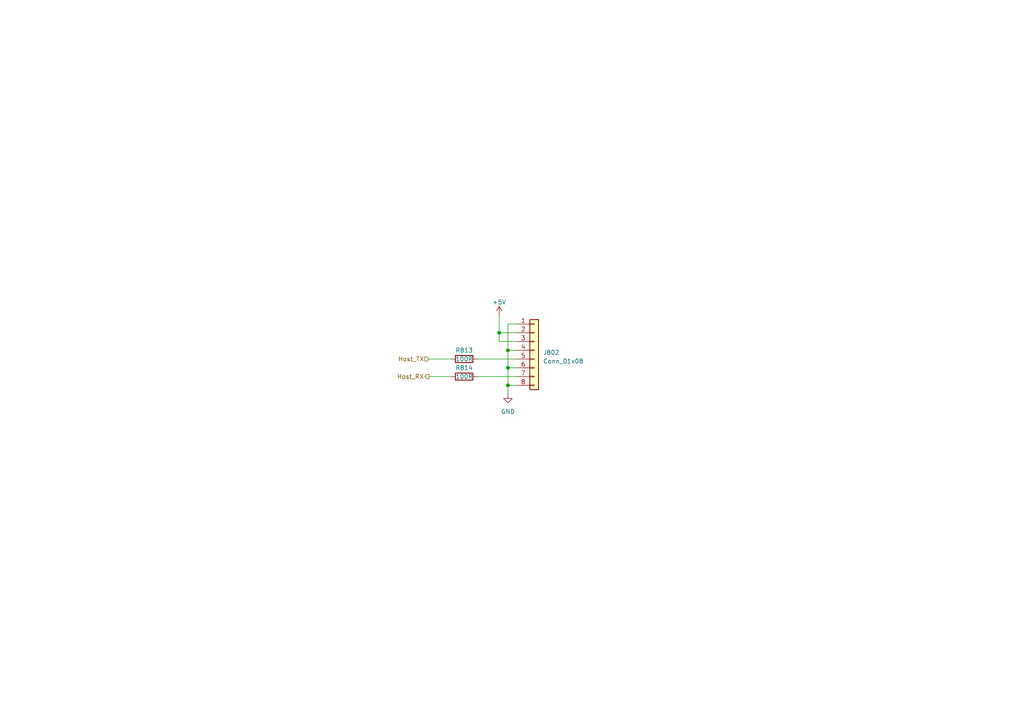
<source format=kicad_sch>
(kicad_sch (version 20230121) (generator eeschema)
  (paper "A4")
  (lib_symbols
    (symbol "Connector_Generic:Conn_01x08" (pin_names (offset 1.016) hide)
      (property "Reference" "J" (at 0 10.16 0))
      (property "Value" "Conn_01x08" (at 0 -12.7 0))
      (symbol "Conn_01x08_1_1"
        (rectangle (start -1.27 -10.033) (end 0 -10.287) (stroke (width 0.1524)))
        (rectangle (start -1.27 -7.493) (end 0 -7.747) (stroke (width 0.1524)))
        (rectangle (start -1.27 -4.953) (end 0 -5.207) (stroke (width 0.1524)))
        (rectangle (start -1.27 -2.413) (end 0 -2.667) (stroke (width 0.1524)))
        (rectangle (start -1.27 0.127) (end 0 -0.127) (stroke (width 0.1524)))
        (rectangle (start -1.27 2.667) (end 0 2.413) (stroke (width 0.1524)))
        (rectangle (start -1.27 5.207) (end 0 4.953) (stroke (width 0.1524)))
        (rectangle (start -1.27 7.747) (end 0 7.493) (stroke (width 0.1524)))
        (rectangle (start -1.27 8.89) (end 1.27 -11.43) (stroke (width 0.254)) (fill (type background)))
        (pin passive line (at -5.08 7.62 0) (length 3.81) (name "Pin_1") (number "1"))
        (pin passive line (at -5.08 5.08 0) (length 3.81) (name "Pin_2") (number "2"))
        (pin passive line (at -5.08 2.54 0) (length 3.81) (name "Pin_3") (number "3"))
        (pin passive line (at -5.08 0 0) (length 3.81) (name "Pin_4") (number "4"))
        (pin passive line (at -5.08 -2.54 0) (length 3.81) (name "Pin_5") (number "5"))
        (pin passive line (at -5.08 -5.08 0) (length 3.81) (name "Pin_6") (number "6"))
        (pin passive line (at -5.08 -7.62 0) (length 3.81) (name "Pin_7") (number "7"))
        (pin passive line (at -5.08 -10.16 0) (length 3.81) (name "Pin_8") (number "8"))
      )
    )
    (symbol "Device:R" (pin_numbers hide) (pin_names (offset 0))
      (property "Reference" "R" (at 2.032 0 90))
      (property "Value" "R" (at 0 0 90))
      (symbol "R_0_1"
        (rectangle (start -1.016 -2.54) (end 1.016 2.54) (stroke (width 0.254)))
      )
      (symbol "R_1_1"
        (pin passive line (at 0 3.81 270) (length 1.27) (name "~") (number "1"))
        (pin passive line (at 0 -3.81 90) (length 1.27) (name "~") (number "2"))
      )
    )
    (symbol "power:+5V" (power) (pin_names (offset 0))
      (property "Value" "+5V" (at 0 3.556 0))
      (symbol "+5V_0_1"
        (polyline (pts (xy -0.762 1.27) (xy 0 2.54)))
        (polyline (pts (xy 0 0) (xy 0 2.54)))
        (polyline (pts (xy 0 2.54) (xy 0.762 1.27)))
      )
      (symbol "+5V_1_1"
        (pin power_in line (at 0 0 90) (length 0) hide (name "+5V") (number "1"))
      )
    )
    (symbol "power:GND" (power) (pin_names (offset 0))
      (property "Value" "GND" (at 0 -3.81 0))
      (symbol "GND_0_1"
        (polyline (pts (xy 0 0) (xy 0 -1.27) (xy 1.27 -1.27) (xy 0 -2.54) (xy -1.27 -1.27) (xy 0 -1.27)))
      )
      (symbol "GND_1_1"
        (pin power_in line (at 0 0 270) (length 0) hide (name "GND") (number "1"))
      )
    )
  )
  (junction (at 147.32 101.6))
  (junction (at 144.78 96.52))
  (junction (at 147.32 111.76))
  (junction (at 147.32 106.68))
  (wire (pts (xy 144.78 96.52) (xy 149.86 96.52)))
  (wire (pts (xy 147.32 111.76) (xy 149.86 111.76)))
  (wire (pts (xy 149.86 99.06) (xy 144.78 99.06)))
  (wire (pts (xy 147.32 111.76) (xy 147.32 114.3)))
  (wire (pts (xy 144.78 91.44) (xy 144.78 96.52)))
  (wire (pts (xy 138.43 104.14) (xy 149.86 104.14)))
  (wire (pts (xy 147.32 106.68) (xy 147.32 111.76)))
  (wire (pts (xy 124.46 109.22) (xy 130.81 109.22)))
  (wire (pts (xy 149.86 106.68) (xy 147.32 106.68)))
  (wire (pts (xy 144.78 99.06) (xy 144.78 96.52)))
  (wire (pts (xy 149.86 101.6) (xy 147.32 101.6)))
  (wire (pts (xy 124.46 104.14) (xy 130.81 104.14)))
  (wire (pts (xy 149.86 93.98) (xy 147.32 93.98)))
  (wire (pts (xy 147.32 101.6) (xy 147.32 106.68)))
  (wire (pts (xy 138.43 109.22) (xy 149.86 109.22)))
  (wire (pts (xy 147.32 93.98) (xy 147.32 101.6)))
  (hierarchical_label "Host_RX" (shape output) (at 124.46 109.22 180))
  (hierarchical_label "Host_TX" (shape input) (at 124.46 104.14 180))
  (symbol (lib_id "Connector_Generic:Conn_01x08") (at 154.94 101.6 0) (unit 1)
    (property "Reference" "J802" (at 157.48 102.235 0) (effects (justify left)))
    (property "Value" "Conn_01x08" (at 157.48 104.775 0) (effects (justify left)))
    (property "Footprint" "Connector_FFC-FPC:TE_0-1734839-8_1x08-1MP_P0.5mm_Horizontal" (effects hide))
  )
  (symbol (lib_id "power:+5V") (at 144.78 91.44 0) (unit 1)
    (property "Reference" "#PWR0822" (effects hide))
    (property "Value" "+5V" (at 144.78 87.63 0))
  )
  (symbol (lib_id "power:GND") (at 147.32 114.3 0) (unit 1)
    (property "Reference" "#PWR0821" (effects hide))
    (property "Value" "GND" (at 147.32 119.38 0))
  )
  (symbol (lib_id "Device:R") (at 134.62 109.22 90) (unit 1)
    (property "Reference" "R814" (at 134.62 106.68 90))
    (property "Value" "100R" (at 134.62 109.22 90))
    (property "Footprint" "Resistor_SMD:R_0402_1005Metric" (effects hide))
  )
  (symbol (lib_id "Device:R") (at 134.62 104.14 90) (unit 1)
    (property "Reference" "R813" (at 134.62 101.6 90))
    (property "Value" "100R" (at 134.62 104.14 90))
    (property "Footprint" "Resistor_SMD:R_0402_1005Metric" (effects hide))
  )
)
</source>
